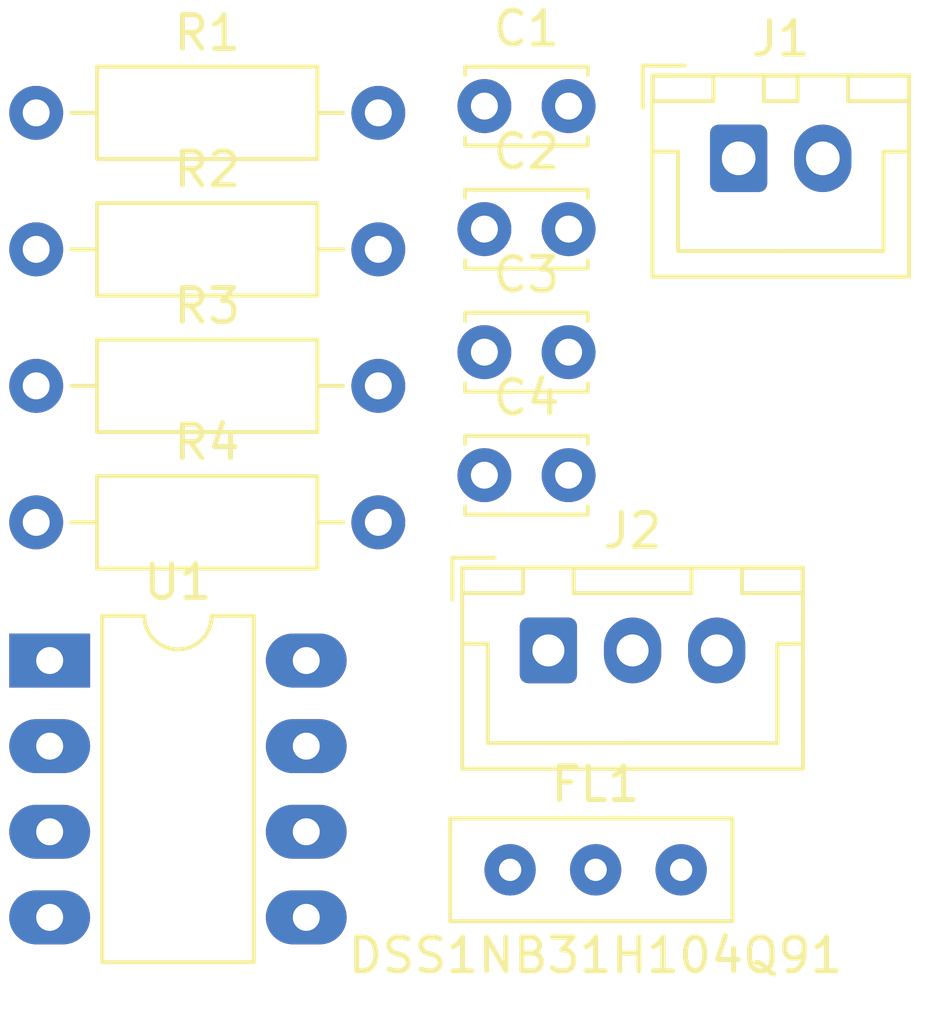
<source format=kicad_pcb>
(kicad_pcb (version 20240108) (generator "pcbnew") (generator_version "8.0")
  (layers (0 "F.Cu" signal) (31 "B.Cu" signal) (34 "B.Paste" user) (35 "F.Paste" user) (36 "B.SilkS" user "B.Silkscreen") (37 "F.SilkS" user "F.Silkscreen") (38 "B.Mask" user) (39 "F.Mask" user) (44 "Edge.Cuts" user))
  (net 0 "")
  (net 1 "+5V")
  (net 2 "GND")
  (net 3 "/Vout")
  (net 4 "Net-(U1A-+)")
  (net 5 "/Vin")
  (net 6 "Net-(U1A--)")
  (footprint "Resistor_THT:R_Axial_DIN0207_L6.3mm_D2.5mm_P10.16mm_Horizontal" (layer "F.Cu") (at 114.847 105.691)
    (property "Reference" "R4" (at 5.08 -2.37 0) (layer "F.SilkS"))
    (property "Value" "1M")
    (fp_line (start 1.04 0) (end 1.81 0) (stroke (width 0.12)) (layer "F.SilkS"))
    (fp_line (start 1.81 -1.37) (end 1.81 1.37) (stroke (width 0.12)) (layer "F.SilkS"))
    (fp_line (start 1.81 1.37) (end 8.35 1.37) (stroke (width 0.12)) (layer "F.SilkS"))
    (fp_line (start 8.35 -1.37) (end 1.81 -1.37) (stroke (width 0.12)) (layer "F.SilkS"))
    (fp_line (start 8.35 1.37) (end 8.35 -1.37) (stroke (width 0.12)) (layer "F.SilkS"))
    (fp_line (start 9.12 0) (end 8.35 0) (stroke (width 0.12)) (layer "F.SilkS"))
    (pad "1" thru_hole circle (at 0 0) (size 1.6 1.6) (drill 0.8) (layers "*.Cu" "*.Mask" "In1.Cu" "In2.Cu" "In3.Cu" "In4.Cu" "In5.Cu" "In6.Cu" "In7.Cu" "In8.Cu" "In9.Cu" "In10.Cu" "In11.Cu" "In12.Cu" "In13.Cu" "In14.Cu" "In15.Cu" "In16.Cu" "In17.Cu" "In18.Cu" "In19.Cu" "In20.Cu" "In21.Cu" "In22.Cu" "In23.Cu" "In24.Cu" "In25.Cu" "In26.Cu" "In27.Cu" "In28.Cu" "In29.Cu" "In30.Cu") (net 6 "Net-(U1A--)"))
    (pad "2" thru_hole oval (at 10.16 0) (size 1.6 1.6) (drill 0.8) (layers "*.Cu" "*.Mask" "In1.Cu" "In2.Cu" "In3.Cu" "In4.Cu" "In5.Cu" "In6.Cu" "In7.Cu" "In8.Cu" "In9.Cu" "In10.Cu" "In11.Cu" "In12.Cu" "In13.Cu" "In14.Cu" "In15.Cu" "In16.Cu" "In17.Cu" "In18.Cu" "In19.Cu" "In20.Cu" "In21.Cu" "In22.Cu" "In23.Cu" "In24.Cu" "In25.Cu" "In26.Cu" "In27.Cu" "In28.Cu" "In29.Cu" "In30.Cu") (net 3 "/Vout"))
  )
  (footprint "Connector_JST:JST_XH_B2B-XH-A_1x02_P2.50mm_Vertical" (layer "F.Cu") (at 135.707 94.891)
    (property "Reference" "J1" (at 1.25 -3.55 0) (layer "F.SilkS"))
    (property "Value" "from Sensor")
    (fp_line (start -2.85 -2.75) (end -2.85 -1.5) (stroke (width 0.12)) (layer "F.SilkS"))
    (fp_line (start -2.56 -2.46) (end -2.56 3.51) (stroke (width 0.12)) (layer "F.SilkS"))
    (fp_line (start -2.56 3.51) (end 5.06 3.51) (stroke (width 0.12)) (layer "F.SilkS"))
    (fp_line (start -2.55 -2.45) (end -2.55 -1.7) (stroke (width 0.12)) (layer "F.SilkS"))
    (fp_line (start -2.55 -1.7) (end -0.75 -1.7) (stroke (width 0.12)) (layer "F.SilkS"))
    (fp_line (start -2.55 -0.2) (end -1.8 -0.2) (stroke (width 0.12)) (layer "F.SilkS"))
    (fp_line (start -1.8 -0.2) (end -1.8 2.75) (stroke (width 0.12)) (layer "F.SilkS"))
    (fp_line (start -1.8 2.75) (end 1.25 2.75) (stroke (width 0.12)) (layer "F.SilkS"))
    (fp_line (start -1.6 -2.75) (end -2.85 -2.75) (stroke (width 0.12)) (layer "F.SilkS"))
    (fp_line (start -0.75 -2.45) (end -2.55 -2.45) (stroke (width 0.12)) (layer "F.SilkS"))
    (fp_line (start -0.75 -1.7) (end -0.75 -2.45) (stroke (width 0.12)) (layer "F.SilkS"))
    (fp_line (start 0.75 -2.45) (end 0.75 -1.7) (stroke (width 0.12)) (layer "F.SilkS"))
    (fp_line (start 0.75 -1.7) (end 1.75 -1.7) (stroke (width 0.12)) (layer "F.SilkS"))
    (fp_line (start 1.75 -2.45) (end 0.75 -2.45) (stroke (width 0.12)) (layer "F.SilkS"))
    (fp_line (start 1.75 -1.7) (end 1.75 -2.45) (stroke (width 0.12)) (layer "F.SilkS"))
    (fp_line (start 3.25 -2.45) (end 3.25 -1.7) (stroke (width 0.12)) (layer "F.SilkS"))
    (fp_line (start 3.25 -1.7) (end 5.05 -1.7) (stroke (width 0.12)) (layer "F.SilkS"))
    (fp_line (start 4.3 -0.2) (end 4.3 2.75) (stroke (width 0.12)) (layer "F.SilkS"))
    (fp_line (start 4.3 2.75) (end 1.25 2.75) (stroke (width 0.12)) (layer "F.SilkS"))
    (fp_line (start 5.05 -2.45) (end 3.25 -2.45) (stroke (width 0.12)) (layer "F.SilkS"))
    (fp_line (start 5.05 -1.7) (end 5.05 -2.45) (stroke (width 0.12)) (layer "F.SilkS"))
    (fp_line (start 5.05 -0.2) (end 4.3 -0.2) (stroke (width 0.12)) (layer "F.SilkS"))
    (fp_line (start 5.06 -2.46) (end -2.56 -2.46) (stroke (width 0.12)) (layer "F.SilkS"))
    (fp_line (start 5.06 3.51) (end 5.06 -2.46) (stroke (width 0.12)) (layer "F.SilkS"))
    (pad "1" thru_hole roundrect (at 0 0) (size 1.7 2) (drill 1) (layers "*.Cu" "*.Mask" "In1.Cu" "In2.Cu" "In3.Cu" "In4.Cu" "In5.Cu" "In6.Cu" "In7.Cu" "In8.Cu" "In9.Cu" "In10.Cu" "In11.Cu" "In12.Cu" "In13.Cu" "In14.Cu" "In15.Cu" "In16.Cu" "In17.Cu" "In18.Cu" "In19.Cu" "In20.Cu" "In21.Cu" "In22.Cu" "In23.Cu" "In24.Cu" "In25.Cu" "In26.Cu" "In27.Cu" "In28.Cu" "In29.Cu" "In30.Cu") (roundrect_rratio 0.147059) (net 2 "GND"))
    (pad "2" thru_hole oval (at 2.5 0) (size 1.7 2) (drill 1) (layers "*.Cu" "*.Mask" "In1.Cu" "In2.Cu" "In3.Cu" "In4.Cu" "In5.Cu" "In6.Cu" "In7.Cu" "In8.Cu" "In9.Cu" "In10.Cu" "In11.Cu" "In12.Cu" "In13.Cu" "In14.Cu" "In15.Cu" "In16.Cu" "In17.Cu" "In18.Cu" "In19.Cu" "In20.Cu" "In21.Cu" "In22.Cu" "In23.Cu" "In24.Cu" "In25.Cu" "In26.Cu" "In27.Cu" "In28.Cu" "In29.Cu" "In30.Cu") (net 5 "/Vin"))
  )
  (footprint "Package_DIP:DIP-8_W7.62mm_LongPads" (layer "F.Cu") (at 115.247 109.791)
    (property "Reference" "U1" (at 3.81 -2.33 0) (layer "F.SilkS"))
    (property "Value" "NJM2903")
    (fp_line (start 1.56 -1.33) (end 1.56 8.95) (stroke (width 0.12)) (layer "F.SilkS"))
    (fp_line (start 1.56 8.95) (end 6.06 8.95) (stroke (width 0.12)) (layer "F.SilkS"))
    (fp_line (start 2.81 -1.33) (end 1.56 -1.33) (stroke (width 0.12)) (layer "F.SilkS"))
    (fp_line (start 6.06 -1.33) (end 4.81 -1.33) (stroke (width 0.12)) (layer "F.SilkS"))
    (fp_line (start 6.06 8.95) (end 6.06 -1.33) (stroke (width 0.12)) (layer "F.SilkS"))
    (fp_arc (start 4.81 -1.33) (mid 3.81 -0.33) (end 2.81 -1.33) (stroke (width 0.12)) (layer "F.SilkS"))
    (pad "1" thru_hole rect (at 0 0) (size 2.4 1.6) (drill 0.8) (layers "*.Cu" "*.Mask" "In1.Cu" "In2.Cu" "In3.Cu" "In4.Cu" "In5.Cu" "In6.Cu" "In7.Cu" "In8.Cu" "In9.Cu" "In10.Cu" "In11.Cu" "In12.Cu" "In13.Cu" "In14.Cu" "In15.Cu" "In16.Cu" "In17.Cu" "In18.Cu" "In19.Cu" "In20.Cu" "In21.Cu" "In22.Cu" "In23.Cu" "In24.Cu" "In25.Cu" "In26.Cu" "In27.Cu" "In28.Cu" "In29.Cu" "In30.Cu") (net 3 "/Vout"))
    (pad "2" thru_hole oval (at 0 2.54) (size 2.4 1.6) (drill 0.8) (layers "*.Cu" "*.Mask" "In1.Cu" "In2.Cu" "In3.Cu" "In4.Cu" "In5.Cu" "In6.Cu" "In7.Cu" "In8.Cu" "In9.Cu" "In10.Cu" "In11.Cu" "In12.Cu" "In13.Cu" "In14.Cu" "In15.Cu" "In16.Cu" "In17.Cu" "In18.Cu" "In19.Cu" "In20.Cu" "In21.Cu" "In22.Cu" "In23.Cu" "In24.Cu" "In25.Cu" "In26.Cu" "In27.Cu" "In28.Cu" "In29.Cu" "In30.Cu") (net 6 "Net-(U1A--)"))
    (pad "3" thru_hole oval (at 0 5.08) (size 2.4 1.6) (drill 0.8) (layers "*.Cu" "*.Mask" "In1.Cu" "In2.Cu" "In3.Cu" "In4.Cu" "In5.Cu" "In6.Cu" "In7.Cu" "In8.Cu" "In9.Cu" "In10.Cu" "In11.Cu" "In12.Cu" "In13.Cu" "In14.Cu" "In15.Cu" "In16.Cu" "In17.Cu" "In18.Cu" "In19.Cu" "In20.Cu" "In21.Cu" "In22.Cu" "In23.Cu" "In24.Cu" "In25.Cu" "In26.Cu" "In27.Cu" "In28.Cu" "In29.Cu" "In30.Cu") (net 4 "Net-(U1A-+)"))
    (pad "4" thru_hole oval (at 0 7.62) (size 2.4 1.6) (drill 0.8) (layers "*.Cu" "*.Mask" "In1.Cu" "In2.Cu" "In3.Cu" "In4.Cu" "In5.Cu" "In6.Cu" "In7.Cu" "In8.Cu" "In9.Cu" "In10.Cu" "In11.Cu" "In12.Cu" "In13.Cu" "In14.Cu" "In15.Cu" "In16.Cu" "In17.Cu" "In18.Cu" "In19.Cu" "In20.Cu" "In21.Cu" "In22.Cu" "In23.Cu" "In24.Cu" "In25.Cu" "In26.Cu" "In27.Cu" "In28.Cu" "In29.Cu" "In30.Cu") (net 2 "GND"))
    (pad "5" thru_hole oval (at 7.62 7.62) (size 2.4 1.6) (drill 0.8) (layers "*.Cu" "*.Mask" "In1.Cu" "In2.Cu" "In3.Cu" "In4.Cu" "In5.Cu" "In6.Cu" "In7.Cu" "In8.Cu" "In9.Cu" "In10.Cu" "In11.Cu" "In12.Cu" "In13.Cu" "In14.Cu" "In15.Cu" "In16.Cu" "In17.Cu" "In18.Cu" "In19.Cu" "In20.Cu" "In21.Cu" "In22.Cu" "In23.Cu" "In24.Cu" "In25.Cu" "In26.Cu" "In27.Cu" "In28.Cu" "In29.Cu" "In30.Cu"))
    (pad "6" thru_hole oval (at 7.62 5.08) (size 2.4 1.6) (drill 0.8) (layers "*.Cu" "*.Mask" "In1.Cu" "In2.Cu" "In3.Cu" "In4.Cu" "In5.Cu" "In6.Cu" "In7.Cu" "In8.Cu" "In9.Cu" "In10.Cu" "In11.Cu" "In12.Cu" "In13.Cu" "In14.Cu" "In15.Cu" "In16.Cu" "In17.Cu" "In18.Cu" "In19.Cu" "In20.Cu" "In21.Cu" "In22.Cu" "In23.Cu" "In24.Cu" "In25.Cu" "In26.Cu" "In27.Cu" "In28.Cu" "In29.Cu" "In30.Cu"))
    (pad "7" thru_hole oval (at 7.62 2.54) (size 2.4 1.6) (drill 0.8) (layers "*.Cu" "*.Mask" "In1.Cu" "In2.Cu" "In3.Cu" "In4.Cu" "In5.Cu" "In6.Cu" "In7.Cu" "In8.Cu" "In9.Cu" "In10.Cu" "In11.Cu" "In12.Cu" "In13.Cu" "In14.Cu" "In15.Cu" "In16.Cu" "In17.Cu" "In18.Cu" "In19.Cu" "In20.Cu" "In21.Cu" "In22.Cu" "In23.Cu" "In24.Cu" "In25.Cu" "In26.Cu" "In27.Cu" "In28.Cu" "In29.Cu" "In30.Cu"))
    (pad "8" thru_hole oval (at 7.62 0) (size 2.4 1.6) (drill 0.8) (layers "*.Cu" "*.Mask" "In1.Cu" "In2.Cu" "In3.Cu" "In4.Cu" "In5.Cu" "In6.Cu" "In7.Cu" "In8.Cu" "In9.Cu" "In10.Cu" "In11.Cu" "In12.Cu" "In13.Cu" "In14.Cu" "In15.Cu" "In16.Cu" "In17.Cu" "In18.Cu" "In19.Cu" "In20.Cu" "In21.Cu" "In22.Cu" "In23.Cu" "In24.Cu" "In25.Cu" "In26.Cu" "In27.Cu" "In28.Cu" "In29.Cu" "In30.Cu") (net 1 "+5V"))
  )
  (footprint "Resistor_THT:R_Axial_DIN0207_L6.3mm_D2.5mm_P10.16mm_Horizontal" (layer "F.Cu") (at 114.847 101.641)
    (property "Reference" "R3" (at 5.08 -2.37 0) (layer "F.SilkS"))
    (property "Value" "10k")
    (fp_line (start 1.04 0) (end 1.81 0) (stroke (width 0.12)) (layer "F.SilkS"))
    (fp_line (start 1.81 -1.37) (end 1.81 1.37) (stroke (width 0.12)) (layer "F.SilkS"))
    (fp_line (start 1.81 1.37) (end 8.35 1.37) (stroke (width 0.12)) (layer "F.SilkS"))
    (fp_line (start 8.35 -1.37) (end 1.81 -1.37) (stroke (width 0.12)) (layer "F.SilkS"))
    (fp_line (start 8.35 1.37) (end 8.35 -1.37) (stroke (width 0.12)) (layer "F.SilkS"))
    (fp_line (start 9.12 0) (end 8.35 0) (stroke (width 0.12)) (layer "F.SilkS"))
    (pad "1" thru_hole circle (at 0 0) (size 1.6 1.6) (drill 0.8) (layers "*.Cu" "*.Mask" "In1.Cu" "In2.Cu" "In3.Cu" "In4.Cu" "In5.Cu" "In6.Cu" "In7.Cu" "In8.Cu" "In9.Cu" "In10.Cu" "In11.Cu" "In12.Cu" "In13.Cu" "In14.Cu" "In15.Cu" "In16.Cu" "In17.Cu" "In18.Cu" "In19.Cu" "In20.Cu" "In21.Cu" "In22.Cu" "In23.Cu" "In24.Cu" "In25.Cu" "In26.Cu" "In27.Cu" "In28.Cu" "In29.Cu" "In30.Cu") (net 1 "+5V"))
    (pad "2" thru_hole oval (at 10.16 0) (size 1.6 1.6) (drill 0.8) (layers "*.Cu" "*.Mask" "In1.Cu" "In2.Cu" "In3.Cu" "In4.Cu" "In5.Cu" "In6.Cu" "In7.Cu" "In8.Cu" "In9.Cu" "In10.Cu" "In11.Cu" "In12.Cu" "In13.Cu" "In14.Cu" "In15.Cu" "In16.Cu" "In17.Cu" "In18.Cu" "In19.Cu" "In20.Cu" "In21.Cu" "In22.Cu" "In23.Cu" "In24.Cu" "In25.Cu" "In26.Cu" "In27.Cu" "In28.Cu" "In29.Cu" "In30.Cu") (net 3 "/Vout"))
  )
  (footprint "Resistor_THT:R_Axial_DIN0207_L6.3mm_D2.5mm_P10.16mm_Horizontal" (layer "F.Cu") (at 114.847 93.541)
    (property "Reference" "R1" (at 5.08 -2.37 0) (layer "F.SilkS"))
    (property "Value" "47k")
    (fp_line (start 1.04 0) (end 1.81 0) (stroke (width 0.12)) (layer "F.SilkS"))
    (fp_line (start 1.81 -1.37) (end 1.81 1.37) (stroke (width 0.12)) (layer "F.SilkS"))
    (fp_line (start 1.81 1.37) (end 8.35 1.37) (stroke (width 0.12)) (layer "F.SilkS"))
    (fp_line (start 8.35 -1.37) (end 1.81 -1.37) (stroke (width 0.12)) (layer "F.SilkS"))
    (fp_line (start 8.35 1.37) (end 8.35 -1.37) (stroke (width 0.12)) (layer "F.SilkS"))
    (fp_line (start 9.12 0) (end 8.35 0) (stroke (width 0.12)) (layer "F.SilkS"))
    (pad "1" thru_hole circle (at 0 0) (size 1.6 1.6) (drill 0.8) (layers "*.Cu" "*.Mask" "In1.Cu" "In2.Cu" "In3.Cu" "In4.Cu" "In5.Cu" "In6.Cu" "In7.Cu" "In8.Cu" "In9.Cu" "In10.Cu" "In11.Cu" "In12.Cu" "In13.Cu" "In14.Cu" "In15.Cu" "In16.Cu" "In17.Cu" "In18.Cu" "In19.Cu" "In20.Cu" "In21.Cu" "In22.Cu" "In23.Cu" "In24.Cu" "In25.Cu" "In26.Cu" "In27.Cu" "In28.Cu" "In29.Cu" "In30.Cu") (net 1 "+5V"))
    (pad "2" thru_hole oval (at 10.16 0) (size 1.6 1.6) (drill 0.8) (layers "*.Cu" "*.Mask" "In1.Cu" "In2.Cu" "In3.Cu" "In4.Cu" "In5.Cu" "In6.Cu" "In7.Cu" "In8.Cu" "In9.Cu" "In10.Cu" "In11.Cu" "In12.Cu" "In13.Cu" "In14.Cu" "In15.Cu" "In16.Cu" "In17.Cu" "In18.Cu" "In19.Cu" "In20.Cu" "In21.Cu" "In22.Cu" "In23.Cu" "In24.Cu" "In25.Cu" "In26.Cu" "In27.Cu" "In28.Cu" "In29.Cu" "In30.Cu") (net 6 "Net-(U1A--)"))
  )
  (footprint "Connector_JST:JST_XH_B3B-XH-A_1x03_P2.50mm_Vertical" (layer "F.Cu") (at 130.057 109.491)
    (property "Reference" "J2" (at 2.5 -3.55 0) (layer "F.SilkS"))
    (property "Value" "to M304")
    (fp_line (start -2.85 -2.75) (end -2.85 -1.5) (stroke (width 0.12)) (layer "F.SilkS"))
    (fp_line (start -2.56 -2.46) (end -2.56 3.51) (stroke (width 0.12)) (layer "F.SilkS"))
    (fp_line (start -2.56 3.51) (end 7.56 3.51) (stroke (width 0.12)) (layer "F.SilkS"))
    (fp_line (start -2.55 -2.45) (end -2.55 -1.7) (stroke (width 0.12)) (layer "F.SilkS"))
    (fp_line (start -2.55 -1.7) (end -0.75 -1.7) (stroke (width 0.12)) (layer "F.SilkS"))
    (fp_line (start -2.55 -0.2) (end -1.8 -0.2) (stroke (width 0.12)) (layer "F.SilkS"))
    (fp_line (start -1.8 -0.2) (end -1.8 2.75) (stroke (width 0.12)) (layer "F.SilkS"))
    (fp_line (start -1.8 2.75) (end 2.5 2.75) (stroke (width 0.12)) (layer "F.SilkS"))
    (fp_line (start -1.6 -2.75) (end -2.85 -2.75) (stroke (width 0.12)) (layer "F.SilkS"))
    (fp_line (start -0.75 -2.45) (end -2.55 -2.45) (stroke (width 0.12)) (layer "F.SilkS"))
    (fp_line (start -0.75 -1.7) (end -0.75 -2.45) (stroke (width 0.12)) (layer "F.SilkS"))
    (fp_line (start 0.75 -2.45) (end 0.75 -1.7) (stroke (width 0.12)) (layer "F.SilkS"))
    (fp_line (start 0.75 -1.7) (end 4.25 -1.7) (stroke (width 0.12)) (layer "F.SilkS"))
    (fp_line (start 4.25 -2.45) (end 0.75 -2.45) (stroke (width 0.12)) (layer "F.SilkS"))
    (fp_line (start 4.25 -1.7) (end 4.25 -2.45) (stroke (width 0.12)) (layer "F.SilkS"))
    (fp_line (start 5.75 -2.45) (end 5.75 -1.7) (stroke (width 0.12)) (layer "F.SilkS"))
    (fp_line (start 5.75 -1.7) (end 7.55 -1.7) (stroke (width 0.12)) (layer "F.SilkS"))
    (fp_line (start 6.8 -0.2) (end 6.8 2.75) (stroke (width 0.12)) (layer "F.SilkS"))
    (fp_line (start 6.8 2.75) (end 2.5 2.75) (stroke (width 0.12)) (layer "F.SilkS"))
    (fp_line (start 7.55 -2.45) (end 5.75 -2.45) (stroke (width 0.12)) (layer "F.SilkS"))
    (fp_line (start 7.55 -1.7) (end 7.55 -2.45) (stroke (width 0.12)) (layer "F.SilkS"))
    (fp_line (start 7.55 -0.2) (end 6.8 -0.2) (stroke (width 0.12)) (layer "F.SilkS"))
    (fp_line (start 7.56 -2.46) (end -2.56 -2.46) (stroke (width 0.12)) (layer "F.SilkS"))
    (fp_line (start 7.56 3.51) (end 7.56 -2.46) (stroke (width 0.12)) (layer "F.SilkS"))
    (pad "1" thru_hole roundrect (at 0 0) (size 1.7 1.95) (drill 0.95) (layers "*.Cu" "*.Mask" "In1.Cu" "In2.Cu" "In3.Cu" "In4.Cu" "In5.Cu" "In6.Cu" "In7.Cu" "In8.Cu" "In9.Cu" "In10.Cu" "In11.Cu" "In12.Cu" "In13.Cu" "In14.Cu" "In15.Cu" "In16.Cu" "In17.Cu" "In18.Cu" "In19.Cu" "In20.Cu" "In21.Cu" "In22.Cu" "In23.Cu" "In24.Cu" "In25.Cu" "In26.Cu" "In27.Cu" "In28.Cu" "In29.Cu" "In30.Cu") (roundrect_rratio 0.147059) (net 2 "GND"))
    (pad "2" thru_hole oval (at 2.5 0) (size 1.7 1.95) (drill 0.95) (layers "*.Cu" "*.Mask" "In1.Cu" "In2.Cu" "In3.Cu" "In4.Cu" "In5.Cu" "In6.Cu" "In7.Cu" "In8.Cu" "In9.Cu" "In10.Cu" "In11.Cu" "In12.Cu" "In13.Cu" "In14.Cu" "In15.Cu" "In16.Cu" "In17.Cu" "In18.Cu" "In19.Cu" "In20.Cu" "In21.Cu" "In22.Cu" "In23.Cu" "In24.Cu" "In25.Cu" "In26.Cu" "In27.Cu" "In28.Cu" "In29.Cu" "In30.Cu") (net 3 "/Vout"))
    (pad "3" thru_hole oval (at 5 0) (size 1.7 1.95) (drill 0.95) (layers "*.Cu" "*.Mask" "In1.Cu" "In2.Cu" "In3.Cu" "In4.Cu" "In5.Cu" "In6.Cu" "In7.Cu" "In8.Cu" "In9.Cu" "In10.Cu" "In11.Cu" "In12.Cu" "In13.Cu" "In14.Cu" "In15.Cu" "In16.Cu" "In17.Cu" "In18.Cu" "In19.Cu" "In20.Cu" "In21.Cu" "In22.Cu" "In23.Cu" "In24.Cu" "In25.Cu" "In26.Cu" "In27.Cu" "In28.Cu" "In29.Cu" "In30.Cu") (net 1 "+5V"))
  )
  (footprint "Resistor_THT:R_Axial_DIN0207_L6.3mm_D2.5mm_P10.16mm_Horizontal" (layer "F.Cu") (at 114.847 97.591)
    (property "Reference" "R2" (at 5.08 -2.37 0) (layer "F.SilkS"))
    (property "Value" "2k")
    (fp_line (start 1.04 0) (end 1.81 0) (stroke (width 0.12)) (layer "F.SilkS"))
    (fp_line (start 1.81 -1.37) (end 1.81 1.37) (stroke (width 0.12)) (layer "F.SilkS"))
    (fp_line (start 1.81 1.37) (end 8.35 1.37) (stroke (width 0.12)) (layer "F.SilkS"))
    (fp_line (start 8.35 -1.37) (end 1.81 -1.37) (stroke (width 0.12)) (layer "F.SilkS"))
    (fp_line (start 8.35 1.37) (end 8.35 -1.37) (stroke (width 0.12)) (layer "F.SilkS"))
    (fp_line (start 9.12 0) (end 8.35 0) (stroke (width 0.12)) (layer "F.SilkS"))
    (pad "1" thru_hole circle (at 0 0) (size 1.6 1.6) (drill 0.8) (layers "*.Cu" "*.Mask" "In1.Cu" "In2.Cu" "In3.Cu" "In4.Cu" "In5.Cu" "In6.Cu" "In7.Cu" "In8.Cu" "In9.Cu" "In10.Cu" "In11.Cu" "In12.Cu" "In13.Cu" "In14.Cu" "In15.Cu" "In16.Cu" "In17.Cu" "In18.Cu" "In19.Cu" "In20.Cu" "In21.Cu" "In22.Cu" "In23.Cu" "In24.Cu" "In25.Cu" "In26.Cu" "In27.Cu" "In28.Cu" "In29.Cu" "In30.Cu") (net 6 "Net-(U1A--)"))
    (pad "2" thru_hole oval (at 10.16 0) (size 1.6 1.6) (drill 0.8) (layers "*.Cu" "*.Mask" "In1.Cu" "In2.Cu" "In3.Cu" "In4.Cu" "In5.Cu" "In6.Cu" "In7.Cu" "In8.Cu" "In9.Cu" "In10.Cu" "In11.Cu" "In12.Cu" "In13.Cu" "In14.Cu" "In15.Cu" "In16.Cu" "In17.Cu" "In18.Cu" "In19.Cu" "In20.Cu" "In21.Cu" "In22.Cu" "In23.Cu" "In24.Cu" "In25.Cu" "In26.Cu" "In27.Cu" "In28.Cu" "In29.Cu" "In30.Cu") (net 2 "GND"))
  )
  (footprint "holly:DSS1" (layer "F.Cu") (at 131.46 116)
    (property "Reference" "FL1" (at 0 -2.54 0) (layer "F.SilkS"))
    (property "Value" "DSS1NB31H104Q91" (at 0 2.54 0) (layer "F.SilkS"))
    (fp_line (start -4.318 -1.524) (end -4.318 1.524) (stroke (width 0.12)) (layer "F.SilkS"))
    (fp_line (start -4.318 1.524) (end 4.064 1.524) (stroke (width 0.12)) (layer "F.SilkS"))
    (fp_line (start 4.064 -1.524) (end -4.318 -1.524) (stroke (width 0.12)) (layer "F.SilkS"))
    (fp_line (start 4.064 1.524) (end 4.064 -1.524) (stroke (width 0.12)) (layer "F.SilkS"))
    (pad "1" thru_hole circle (at -2.54 0) (size 1.524 1.524) (drill 0.662) (layers "*.Cu" "*.Mask" "In1.Cu" "In2.Cu" "In3.Cu" "In4.Cu" "In5.Cu" "In6.Cu" "In7.Cu" "In8.Cu" "In9.Cu" "In10.Cu" "In11.Cu" "In12.Cu" "In13.Cu" "In14.Cu" "In15.Cu" "In16.Cu" "In17.Cu" "In18.Cu" "In19.Cu" "In20.Cu" "In21.Cu" "In22.Cu" "In23.Cu" "In24.Cu" "In25.Cu" "In26.Cu" "In27.Cu" "In28.Cu" "In29.Cu" "In30.Cu") (net 5 "/Vin"))
    (pad "2" thru_hole circle (at 0 0) (size 1.524 1.524) (drill 0.662) (layers "*.Cu" "*.Mask" "In1.Cu" "In2.Cu" "In3.Cu" "In4.Cu" "In5.Cu" "In6.Cu" "In7.Cu" "In8.Cu" "In9.Cu" "In10.Cu" "In11.Cu" "In12.Cu" "In13.Cu" "In14.Cu" "In15.Cu" "In16.Cu" "In17.Cu" "In18.Cu" "In19.Cu" "In20.Cu" "In21.Cu" "In22.Cu" "In23.Cu" "In24.Cu" "In25.Cu" "In26.Cu" "In27.Cu" "In28.Cu" "In29.Cu" "In30.Cu") (net 2 "GND"))
    (pad "3" thru_hole circle (at 2.54 0) (size 1.524 1.524) (drill 0.662) (layers "*.Cu" "*.Mask" "In1.Cu" "In2.Cu" "In3.Cu" "In4.Cu" "In5.Cu" "In6.Cu" "In7.Cu" "In8.Cu" "In9.Cu" "In10.Cu" "In11.Cu" "In12.Cu" "In13.Cu" "In14.Cu" "In15.Cu" "In16.Cu" "In17.Cu" "In18.Cu" "In19.Cu" "In20.Cu" "In21.Cu" "In22.Cu" "In23.Cu" "In24.Cu" "In25.Cu" "In26.Cu" "In27.Cu" "In28.Cu" "In29.Cu" "In30.Cu") (net 4 "Net-(U1A-+)"))
  )
  (footprint "Capacitor_THT:C_Disc_D3.4mm_W2.1mm_P2.50mm" (layer "F.Cu") (at 128.157 93.341)
    (property "Reference" "C1" (at 1.25 -2.3 0) (layer "F.SilkS"))
    (property "Value" "0.1uF")
    (fp_line (start -0.57 -1.17) (end -0.57 -0.925) (stroke (width 0.12)) (layer "F.SilkS"))
    (fp_line (start -0.57 -1.17) (end 3.07 -1.17) (stroke (width 0.12)) (layer "F.SilkS"))
    (fp_line (start -0.57 0.925) (end -0.57 1.17) (stroke (width 0.12)) (layer "F.SilkS"))
    (fp_line (start -0.57 1.17) (end 3.07 1.17) (stroke (width 0.12)) (layer "F.SilkS"))
    (fp_line (start 3.07 -1.17) (end 3.07 -0.925) (stroke (width 0.12)) (layer "F.SilkS"))
    (fp_line (start 3.07 0.925) (end 3.07 1.17) (stroke (width 0.12)) (layer "F.SilkS"))
    (pad "1" thru_hole circle (at 0 0) (size 1.6 1.6) (drill 0.8) (layers "*.Cu" "*.Mask" "In1.Cu" "In2.Cu" "In3.Cu" "In4.Cu" "In5.Cu" "In6.Cu" "In7.Cu" "In8.Cu" "In9.Cu" "In10.Cu" "In11.Cu" "In12.Cu" "In13.Cu" "In14.Cu" "In15.Cu" "In16.Cu" "In17.Cu" "In18.Cu" "In19.Cu" "In20.Cu" "In21.Cu" "In22.Cu" "In23.Cu" "In24.Cu" "In25.Cu" "In26.Cu" "In27.Cu" "In28.Cu" "In29.Cu" "In30.Cu") (net 1 "+5V"))
    (pad "2" thru_hole circle (at 2.5 0) (size 1.6 1.6) (drill 0.8) (layers "*.Cu" "*.Mask" "In1.Cu" "In2.Cu" "In3.Cu" "In4.Cu" "In5.Cu" "In6.Cu" "In7.Cu" "In8.Cu" "In9.Cu" "In10.Cu" "In11.Cu" "In12.Cu" "In13.Cu" "In14.Cu" "In15.Cu" "In16.Cu" "In17.Cu" "In18.Cu" "In19.Cu" "In20.Cu" "In21.Cu" "In22.Cu" "In23.Cu" "In24.Cu" "In25.Cu" "In26.Cu" "In27.Cu" "In28.Cu" "In29.Cu" "In30.Cu") (net 2 "GND"))
  )
  (footprint "Capacitor_THT:C_Disc_D3.4mm_W2.1mm_P2.50mm" (layer "F.Cu") (at 128.157 100.641)
    (property "Reference" "C3" (at 1.25 -2.3 0) (layer "F.SilkS"))
    (property "Value" "0.1uF")
    (fp_line (start -0.57 -1.17) (end -0.57 -0.925) (stroke (width 0.12)) (layer "F.SilkS"))
    (fp_line (start -0.57 -1.17) (end 3.07 -1.17) (stroke (width 0.12)) (layer "F.SilkS"))
    (fp_line (start -0.57 0.925) (end -0.57 1.17) (stroke (width 0.12)) (layer "F.SilkS"))
    (fp_line (start -0.57 1.17) (end 3.07 1.17) (stroke (width 0.12)) (layer "F.SilkS"))
    (fp_line (start 3.07 -1.17) (end 3.07 -0.925) (stroke (width 0.12)) (layer "F.SilkS"))
    (fp_line (start 3.07 0.925) (end 3.07 1.17) (stroke (width 0.12)) (layer "F.SilkS"))
    (pad "1" thru_hole circle (at 0 0) (size 1.6 1.6) (drill 0.8) (layers "*.Cu" "*.Mask" "In1.Cu" "In2.Cu" "In3.Cu" "In4.Cu" "In5.Cu" "In6.Cu" "In7.Cu" "In8.Cu" "In9.Cu" "In10.Cu" "In11.Cu" "In12.Cu" "In13.Cu" "In14.Cu" "In15.Cu" "In16.Cu" "In17.Cu" "In18.Cu" "In19.Cu" "In20.Cu" "In21.Cu" "In22.Cu" "In23.Cu" "In24.Cu" "In25.Cu" "In26.Cu" "In27.Cu" "In28.Cu" "In29.Cu" "In30.Cu") (net 3 "/Vout"))
    (pad "2" thru_hole circle (at 2.5 0) (size 1.6 1.6) (drill 0.8) (layers "*.Cu" "*.Mask" "In1.Cu" "In2.Cu" "In3.Cu" "In4.Cu" "In5.Cu" "In6.Cu" "In7.Cu" "In8.Cu" "In9.Cu" "In10.Cu" "In11.Cu" "In12.Cu" "In13.Cu" "In14.Cu" "In15.Cu" "In16.Cu" "In17.Cu" "In18.Cu" "In19.Cu" "In20.Cu" "In21.Cu" "In22.Cu" "In23.Cu" "In24.Cu" "In25.Cu" "In26.Cu" "In27.Cu" "In28.Cu" "In29.Cu" "In30.Cu") (net 2 "GND"))
  )
  (footprint "Capacitor_THT:C_Disc_D3.4mm_W2.1mm_P2.50mm" (layer "F.Cu") (at 128.157 104.291)
    (property "Reference" "C4" (at 1.25 -2.3 0) (layer "F.SilkS"))
    (property "Value" "0.1uF")
    (fp_line (start -0.57 -1.17) (end -0.57 -0.925) (stroke (width 0.12)) (layer "F.SilkS"))
    (fp_line (start -0.57 -1.17) (end 3.07 -1.17) (stroke (width 0.12)) (layer "F.SilkS"))
    (fp_line (start -0.57 0.925) (end -0.57 1.17) (stroke (width 0.12)) (layer "F.SilkS"))
    (fp_line (start -0.57 1.17) (end 3.07 1.17) (stroke (width 0.12)) (layer "F.SilkS"))
    (fp_line (start 3.07 -1.17) (end 3.07 -0.925) (stroke (width 0.12)) (layer "F.SilkS"))
    (fp_line (start 3.07 0.925) (end 3.07 1.17) (stroke (width 0.12)) (layer "F.SilkS"))
    (pad "1" thru_hole circle (at 0 0) (size 1.6 1.6) (drill 0.8) (layers "*.Cu" "*.Mask" "In1.Cu" "In2.Cu" "In3.Cu" "In4.Cu" "In5.Cu" "In6.Cu" "In7.Cu" "In8.Cu" "In9.Cu" "In10.Cu" "In11.Cu" "In12.Cu" "In13.Cu" "In14.Cu" "In15.Cu" "In16.Cu" "In17.Cu" "In18.Cu" "In19.Cu" "In20.Cu" "In21.Cu" "In22.Cu" "In23.Cu" "In24.Cu" "In25.Cu" "In26.Cu" "In27.Cu" "In28.Cu" "In29.Cu" "In30.Cu") (net 4 "Net-(U1A-+)"))
    (pad "2" thru_hole circle (at 2.5 0) (size 1.6 1.6) (drill 0.8) (layers "*.Cu" "*.Mask" "In1.Cu" "In2.Cu" "In3.Cu" "In4.Cu" "In5.Cu" "In6.Cu" "In7.Cu" "In8.Cu" "In9.Cu" "In10.Cu" "In11.Cu" "In12.Cu" "In13.Cu" "In14.Cu" "In15.Cu" "In16.Cu" "In17.Cu" "In18.Cu" "In19.Cu" "In20.Cu" "In21.Cu" "In22.Cu" "In23.Cu" "In24.Cu" "In25.Cu" "In26.Cu" "In27.Cu" "In28.Cu" "In29.Cu" "In30.Cu") (net 2 "GND"))
  )
  (footprint "Capacitor_THT:C_Disc_D3.4mm_W2.1mm_P2.50mm" (layer "F.Cu") (at 128.157 96.991)
    (property "Reference" "C2" (at 1.25 -2.3 0) (layer "F.SilkS"))
    (property "Value" "0.1uF")
    (fp_line (start -0.57 -1.17) (end -0.57 -0.925) (stroke (width 0.12)) (layer "F.SilkS"))
    (fp_line (start -0.57 -1.17) (end 3.07 -1.17) (stroke (width 0.12)) (layer "F.SilkS"))
    (fp_line (start -0.57 0.925) (end -0.57 1.17) (stroke (width 0.12)) (layer "F.SilkS"))
    (fp_line (start -0.57 1.17) (end 3.07 1.17) (stroke (width 0.12)) (layer "F.SilkS"))
    (fp_line (start 3.07 -1.17) (end 3.07 -0.925) (stroke (width 0.12)) (layer "F.SilkS"))
    (fp_line (start 3.07 0.925) (end 3.07 1.17) (stroke (width 0.12)) (layer "F.SilkS"))
    (pad "1" thru_hole circle (at 0 0) (size 1.6 1.6) (drill 0.8) (layers "*.Cu" "*.Mask" "In1.Cu" "In2.Cu" "In3.Cu" "In4.Cu" "In5.Cu" "In6.Cu" "In7.Cu" "In8.Cu" "In9.Cu" "In10.Cu" "In11.Cu" "In12.Cu" "In13.Cu" "In14.Cu" "In15.Cu" "In16.Cu" "In17.Cu" "In18.Cu" "In19.Cu" "In20.Cu" "In21.Cu" "In22.Cu" "In23.Cu" "In24.Cu" "In25.Cu" "In26.Cu" "In27.Cu" "In28.Cu" "In29.Cu" "In30.Cu") (net 1 "+5V"))
    (pad "2" thru_hole circle (at 2.5 0) (size 1.6 1.6) (drill 0.8) (layers "*.Cu" "*.Mask" "In1.Cu" "In2.Cu" "In3.Cu" "In4.Cu" "In5.Cu" "In6.Cu" "In7.Cu" "In8.Cu" "In9.Cu" "In10.Cu" "In11.Cu" "In12.Cu" "In13.Cu" "In14.Cu" "In15.Cu" "In16.Cu" "In17.Cu" "In18.Cu" "In19.Cu" "In20.Cu" "In21.Cu" "In22.Cu" "In23.Cu" "In24.Cu" "In25.Cu" "In26.Cu" "In27.Cu" "In28.Cu" "In29.Cu" "In30.Cu") (net 2 "GND"))
  )
)
</source>
